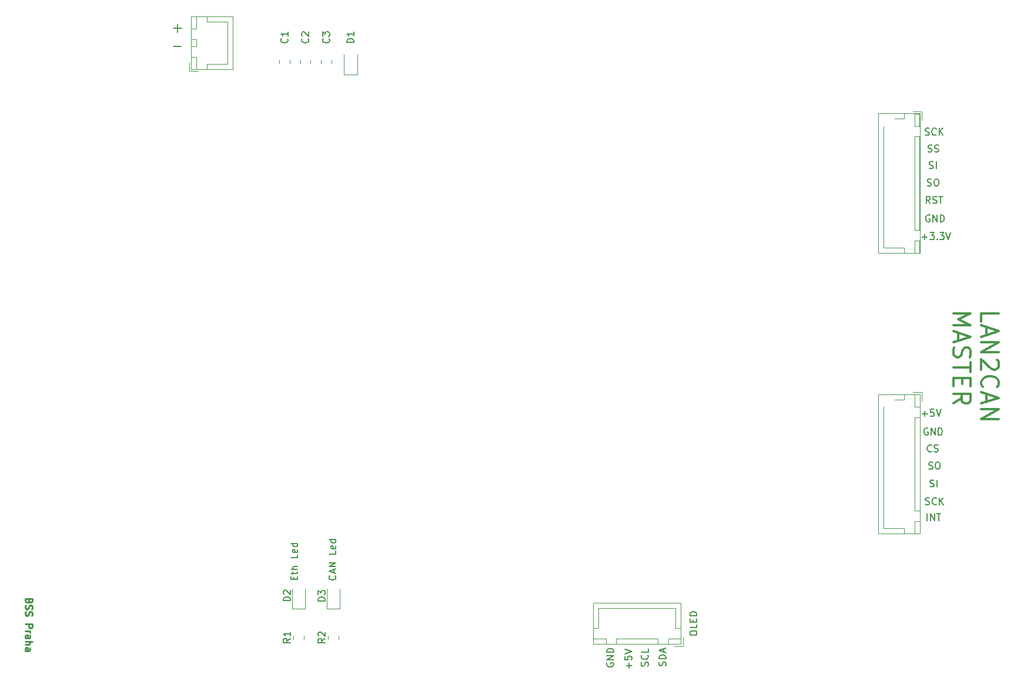
<source format=gbr>
%TF.GenerationSoftware,KiCad,Pcbnew,8.0.1*%
%TF.CreationDate,2024-05-22T11:23:19+02:00*%
%TF.ProjectId,Master,4d617374-6572-42e6-9b69-6361645f7063,rev?*%
%TF.SameCoordinates,Original*%
%TF.FileFunction,Legend,Top*%
%TF.FilePolarity,Positive*%
%FSLAX46Y46*%
G04 Gerber Fmt 4.6, Leading zero omitted, Abs format (unit mm)*
G04 Created by KiCad (PCBNEW 8.0.1) date 2024-05-22 11:23:19*
%MOMM*%
%LPD*%
G01*
G04 APERTURE LIST*
%ADD10C,0.150000*%
%ADD11C,0.250000*%
%ADD12C,0.300000*%
%ADD13C,0.120000*%
G04 APERTURE END LIST*
D10*
X202127309Y-114360548D02*
X202032071Y-114312929D01*
X202032071Y-114312929D02*
X201889214Y-114312929D01*
X201889214Y-114312929D02*
X201746357Y-114360548D01*
X201746357Y-114360548D02*
X201651119Y-114455786D01*
X201651119Y-114455786D02*
X201603500Y-114551024D01*
X201603500Y-114551024D02*
X201555881Y-114741500D01*
X201555881Y-114741500D02*
X201555881Y-114884357D01*
X201555881Y-114884357D02*
X201603500Y-115074833D01*
X201603500Y-115074833D02*
X201651119Y-115170071D01*
X201651119Y-115170071D02*
X201746357Y-115265310D01*
X201746357Y-115265310D02*
X201889214Y-115312929D01*
X201889214Y-115312929D02*
X201984452Y-115312929D01*
X201984452Y-115312929D02*
X202127309Y-115265310D01*
X202127309Y-115265310D02*
X202174928Y-115217690D01*
X202174928Y-115217690D02*
X202174928Y-114884357D01*
X202174928Y-114884357D02*
X201984452Y-114884357D01*
X202603500Y-115312929D02*
X202603500Y-114312929D01*
X202603500Y-114312929D02*
X203174928Y-115312929D01*
X203174928Y-115312929D02*
X203174928Y-114312929D01*
X203651119Y-115312929D02*
X203651119Y-114312929D01*
X203651119Y-114312929D02*
X203889214Y-114312929D01*
X203889214Y-114312929D02*
X204032071Y-114360548D01*
X204032071Y-114360548D02*
X204127309Y-114455786D01*
X204127309Y-114455786D02*
X204174928Y-114551024D01*
X204174928Y-114551024D02*
X204222547Y-114741500D01*
X204222547Y-114741500D02*
X204222547Y-114884357D01*
X204222547Y-114884357D02*
X204174928Y-115074833D01*
X204174928Y-115074833D02*
X204127309Y-115170071D01*
X204127309Y-115170071D02*
X204032071Y-115265310D01*
X204032071Y-115265310D02*
X203889214Y-115312929D01*
X203889214Y-115312929D02*
X203651119Y-115312929D01*
X201761048Y-72008940D02*
X201903905Y-72056559D01*
X201903905Y-72056559D02*
X202142000Y-72056559D01*
X202142000Y-72056559D02*
X202237238Y-72008940D01*
X202237238Y-72008940D02*
X202284857Y-71961320D01*
X202284857Y-71961320D02*
X202332476Y-71866082D01*
X202332476Y-71866082D02*
X202332476Y-71770844D01*
X202332476Y-71770844D02*
X202284857Y-71675606D01*
X202284857Y-71675606D02*
X202237238Y-71627987D01*
X202237238Y-71627987D02*
X202142000Y-71580368D01*
X202142000Y-71580368D02*
X201951524Y-71532749D01*
X201951524Y-71532749D02*
X201856286Y-71485130D01*
X201856286Y-71485130D02*
X201808667Y-71437511D01*
X201808667Y-71437511D02*
X201761048Y-71342273D01*
X201761048Y-71342273D02*
X201761048Y-71247035D01*
X201761048Y-71247035D02*
X201808667Y-71151797D01*
X201808667Y-71151797D02*
X201856286Y-71104178D01*
X201856286Y-71104178D02*
X201951524Y-71056559D01*
X201951524Y-71056559D02*
X202189619Y-71056559D01*
X202189619Y-71056559D02*
X202332476Y-71104178D01*
X203332476Y-71961320D02*
X203284857Y-72008940D01*
X203284857Y-72008940D02*
X203142000Y-72056559D01*
X203142000Y-72056559D02*
X203046762Y-72056559D01*
X203046762Y-72056559D02*
X202903905Y-72008940D01*
X202903905Y-72008940D02*
X202808667Y-71913701D01*
X202808667Y-71913701D02*
X202761048Y-71818463D01*
X202761048Y-71818463D02*
X202713429Y-71627987D01*
X202713429Y-71627987D02*
X202713429Y-71485130D01*
X202713429Y-71485130D02*
X202761048Y-71294654D01*
X202761048Y-71294654D02*
X202808667Y-71199416D01*
X202808667Y-71199416D02*
X202903905Y-71104178D01*
X202903905Y-71104178D02*
X203046762Y-71056559D01*
X203046762Y-71056559D02*
X203142000Y-71056559D01*
X203142000Y-71056559D02*
X203284857Y-71104178D01*
X203284857Y-71104178D02*
X203332476Y-71151797D01*
X203761048Y-72056559D02*
X203761048Y-71056559D01*
X204332476Y-72056559D02*
X203903905Y-71485130D01*
X204332476Y-71056559D02*
X203761048Y-71627987D01*
X201286779Y-86738866D02*
X202048684Y-86738866D01*
X201667731Y-87119819D02*
X201667731Y-86357914D01*
X202429636Y-86119819D02*
X203048683Y-86119819D01*
X203048683Y-86119819D02*
X202715350Y-86500771D01*
X202715350Y-86500771D02*
X202858207Y-86500771D01*
X202858207Y-86500771D02*
X202953445Y-86548390D01*
X202953445Y-86548390D02*
X203001064Y-86596009D01*
X203001064Y-86596009D02*
X203048683Y-86691247D01*
X203048683Y-86691247D02*
X203048683Y-86929342D01*
X203048683Y-86929342D02*
X203001064Y-87024580D01*
X203001064Y-87024580D02*
X202953445Y-87072200D01*
X202953445Y-87072200D02*
X202858207Y-87119819D01*
X202858207Y-87119819D02*
X202572493Y-87119819D01*
X202572493Y-87119819D02*
X202477255Y-87072200D01*
X202477255Y-87072200D02*
X202429636Y-87024580D01*
X203477255Y-87024580D02*
X203524874Y-87072200D01*
X203524874Y-87072200D02*
X203477255Y-87119819D01*
X203477255Y-87119819D02*
X203429636Y-87072200D01*
X203429636Y-87072200D02*
X203477255Y-87024580D01*
X203477255Y-87024580D02*
X203477255Y-87119819D01*
X203858207Y-86119819D02*
X204477254Y-86119819D01*
X204477254Y-86119819D02*
X204143921Y-86500771D01*
X204143921Y-86500771D02*
X204286778Y-86500771D01*
X204286778Y-86500771D02*
X204382016Y-86548390D01*
X204382016Y-86548390D02*
X204429635Y-86596009D01*
X204429635Y-86596009D02*
X204477254Y-86691247D01*
X204477254Y-86691247D02*
X204477254Y-86929342D01*
X204477254Y-86929342D02*
X204429635Y-87024580D01*
X204429635Y-87024580D02*
X204382016Y-87072200D01*
X204382016Y-87072200D02*
X204286778Y-87119819D01*
X204286778Y-87119819D02*
X204001064Y-87119819D01*
X204001064Y-87119819D02*
X203905826Y-87072200D01*
X203905826Y-87072200D02*
X203858207Y-87024580D01*
X204762969Y-86119819D02*
X205096302Y-87119819D01*
X205096302Y-87119819D02*
X205429635Y-86119819D01*
X155918572Y-148181237D02*
X155870953Y-148276475D01*
X155870953Y-148276475D02*
X155870953Y-148419332D01*
X155870953Y-148419332D02*
X155918572Y-148562189D01*
X155918572Y-148562189D02*
X156013810Y-148657427D01*
X156013810Y-148657427D02*
X156109048Y-148705046D01*
X156109048Y-148705046D02*
X156299524Y-148752665D01*
X156299524Y-148752665D02*
X156442381Y-148752665D01*
X156442381Y-148752665D02*
X156632857Y-148705046D01*
X156632857Y-148705046D02*
X156728095Y-148657427D01*
X156728095Y-148657427D02*
X156823334Y-148562189D01*
X156823334Y-148562189D02*
X156870953Y-148419332D01*
X156870953Y-148419332D02*
X156870953Y-148324094D01*
X156870953Y-148324094D02*
X156823334Y-148181237D01*
X156823334Y-148181237D02*
X156775714Y-148133618D01*
X156775714Y-148133618D02*
X156442381Y-148133618D01*
X156442381Y-148133618D02*
X156442381Y-148324094D01*
X156870953Y-147705046D02*
X155870953Y-147705046D01*
X155870953Y-147705046D02*
X156870953Y-147133618D01*
X156870953Y-147133618D02*
X155870953Y-147133618D01*
X156870953Y-146657427D02*
X155870953Y-146657427D01*
X155870953Y-146657427D02*
X155870953Y-146419332D01*
X155870953Y-146419332D02*
X155918572Y-146276475D01*
X155918572Y-146276475D02*
X156013810Y-146181237D01*
X156013810Y-146181237D02*
X156109048Y-146133618D01*
X156109048Y-146133618D02*
X156299524Y-146085999D01*
X156299524Y-146085999D02*
X156442381Y-146085999D01*
X156442381Y-146085999D02*
X156632857Y-146133618D01*
X156632857Y-146133618D02*
X156728095Y-146181237D01*
X156728095Y-146181237D02*
X156823334Y-146276475D01*
X156823334Y-146276475D02*
X156870953Y-146419332D01*
X156870953Y-146419332D02*
X156870953Y-146657427D01*
X110846009Y-136163220D02*
X110846009Y-135829887D01*
X111369819Y-135687030D02*
X111369819Y-136163220D01*
X111369819Y-136163220D02*
X110369819Y-136163220D01*
X110369819Y-136163220D02*
X110369819Y-135687030D01*
X110703152Y-135401315D02*
X110703152Y-135020363D01*
X110369819Y-135258458D02*
X111226961Y-135258458D01*
X111226961Y-135258458D02*
X111322200Y-135210839D01*
X111322200Y-135210839D02*
X111369819Y-135115601D01*
X111369819Y-135115601D02*
X111369819Y-135020363D01*
X111369819Y-134687029D02*
X110369819Y-134687029D01*
X111369819Y-134258458D02*
X110846009Y-134258458D01*
X110846009Y-134258458D02*
X110750771Y-134306077D01*
X110750771Y-134306077D02*
X110703152Y-134401315D01*
X110703152Y-134401315D02*
X110703152Y-134544172D01*
X110703152Y-134544172D02*
X110750771Y-134639410D01*
X110750771Y-134639410D02*
X110798390Y-134687029D01*
X111369819Y-132544172D02*
X111369819Y-133020362D01*
X111369819Y-133020362D02*
X110369819Y-133020362D01*
X111322200Y-131829886D02*
X111369819Y-131925124D01*
X111369819Y-131925124D02*
X111369819Y-132115600D01*
X111369819Y-132115600D02*
X111322200Y-132210838D01*
X111322200Y-132210838D02*
X111226961Y-132258457D01*
X111226961Y-132258457D02*
X110846009Y-132258457D01*
X110846009Y-132258457D02*
X110750771Y-132210838D01*
X110750771Y-132210838D02*
X110703152Y-132115600D01*
X110703152Y-132115600D02*
X110703152Y-131925124D01*
X110703152Y-131925124D02*
X110750771Y-131829886D01*
X110750771Y-131829886D02*
X110846009Y-131782267D01*
X110846009Y-131782267D02*
X110941247Y-131782267D01*
X110941247Y-131782267D02*
X111036485Y-132258457D01*
X111369819Y-130925124D02*
X110369819Y-130925124D01*
X111322200Y-130925124D02*
X111369819Y-131020362D01*
X111369819Y-131020362D02*
X111369819Y-131210838D01*
X111369819Y-131210838D02*
X111322200Y-131306076D01*
X111322200Y-131306076D02*
X111274580Y-131353695D01*
X111274580Y-131353695D02*
X111179342Y-131401314D01*
X111179342Y-131401314D02*
X110893628Y-131401314D01*
X110893628Y-131401314D02*
X110798390Y-131353695D01*
X110798390Y-131353695D02*
X110750771Y-131306076D01*
X110750771Y-131306076D02*
X110703152Y-131210838D01*
X110703152Y-131210838D02*
X110703152Y-131020362D01*
X110703152Y-131020362D02*
X110750771Y-130925124D01*
X202030500Y-127660336D02*
X202030500Y-126660336D01*
X202506690Y-127660336D02*
X202506690Y-126660336D01*
X202506690Y-126660336D02*
X203078118Y-127660336D01*
X203078118Y-127660336D02*
X203078118Y-126660336D01*
X203411452Y-126660336D02*
X203982880Y-126660336D01*
X203697166Y-127660336D02*
X203697166Y-126660336D01*
X202411550Y-83597872D02*
X202316312Y-83550253D01*
X202316312Y-83550253D02*
X202173455Y-83550253D01*
X202173455Y-83550253D02*
X202030598Y-83597872D01*
X202030598Y-83597872D02*
X201935360Y-83693110D01*
X201935360Y-83693110D02*
X201887741Y-83788348D01*
X201887741Y-83788348D02*
X201840122Y-83978824D01*
X201840122Y-83978824D02*
X201840122Y-84121681D01*
X201840122Y-84121681D02*
X201887741Y-84312157D01*
X201887741Y-84312157D02*
X201935360Y-84407395D01*
X201935360Y-84407395D02*
X202030598Y-84502634D01*
X202030598Y-84502634D02*
X202173455Y-84550253D01*
X202173455Y-84550253D02*
X202268693Y-84550253D01*
X202268693Y-84550253D02*
X202411550Y-84502634D01*
X202411550Y-84502634D02*
X202459169Y-84455014D01*
X202459169Y-84455014D02*
X202459169Y-84121681D01*
X202459169Y-84121681D02*
X202268693Y-84121681D01*
X202887741Y-84550253D02*
X202887741Y-83550253D01*
X202887741Y-83550253D02*
X203459169Y-84550253D01*
X203459169Y-84550253D02*
X203459169Y-83550253D01*
X203935360Y-84550253D02*
X203935360Y-83550253D01*
X203935360Y-83550253D02*
X204173455Y-83550253D01*
X204173455Y-83550253D02*
X204316312Y-83597872D01*
X204316312Y-83597872D02*
X204411550Y-83693110D01*
X204411550Y-83693110D02*
X204459169Y-83788348D01*
X204459169Y-83788348D02*
X204506788Y-83978824D01*
X204506788Y-83978824D02*
X204506788Y-84121681D01*
X204506788Y-84121681D02*
X204459169Y-84312157D01*
X204459169Y-84312157D02*
X204411550Y-84407395D01*
X204411550Y-84407395D02*
X204316312Y-84502634D01*
X204316312Y-84502634D02*
X204173455Y-84550253D01*
X204173455Y-84550253D02*
X203935360Y-84550253D01*
X201804964Y-125299802D02*
X201947821Y-125347421D01*
X201947821Y-125347421D02*
X202185916Y-125347421D01*
X202185916Y-125347421D02*
X202281154Y-125299802D01*
X202281154Y-125299802D02*
X202328773Y-125252182D01*
X202328773Y-125252182D02*
X202376392Y-125156944D01*
X202376392Y-125156944D02*
X202376392Y-125061706D01*
X202376392Y-125061706D02*
X202328773Y-124966468D01*
X202328773Y-124966468D02*
X202281154Y-124918849D01*
X202281154Y-124918849D02*
X202185916Y-124871230D01*
X202185916Y-124871230D02*
X201995440Y-124823611D01*
X201995440Y-124823611D02*
X201900202Y-124775992D01*
X201900202Y-124775992D02*
X201852583Y-124728373D01*
X201852583Y-124728373D02*
X201804964Y-124633135D01*
X201804964Y-124633135D02*
X201804964Y-124537897D01*
X201804964Y-124537897D02*
X201852583Y-124442659D01*
X201852583Y-124442659D02*
X201900202Y-124395040D01*
X201900202Y-124395040D02*
X201995440Y-124347421D01*
X201995440Y-124347421D02*
X202233535Y-124347421D01*
X202233535Y-124347421D02*
X202376392Y-124395040D01*
X203376392Y-125252182D02*
X203328773Y-125299802D01*
X203328773Y-125299802D02*
X203185916Y-125347421D01*
X203185916Y-125347421D02*
X203090678Y-125347421D01*
X203090678Y-125347421D02*
X202947821Y-125299802D01*
X202947821Y-125299802D02*
X202852583Y-125204563D01*
X202852583Y-125204563D02*
X202804964Y-125109325D01*
X202804964Y-125109325D02*
X202757345Y-124918849D01*
X202757345Y-124918849D02*
X202757345Y-124775992D01*
X202757345Y-124775992D02*
X202804964Y-124585516D01*
X202804964Y-124585516D02*
X202852583Y-124490278D01*
X202852583Y-124490278D02*
X202947821Y-124395040D01*
X202947821Y-124395040D02*
X203090678Y-124347421D01*
X203090678Y-124347421D02*
X203185916Y-124347421D01*
X203185916Y-124347421D02*
X203328773Y-124395040D01*
X203328773Y-124395040D02*
X203376392Y-124442659D01*
X203804964Y-125347421D02*
X203804964Y-124347421D01*
X204376392Y-125347421D02*
X203947821Y-124775992D01*
X204376392Y-124347421D02*
X203804964Y-124918849D01*
X202474984Y-81893366D02*
X202141651Y-81417175D01*
X201903556Y-81893366D02*
X201903556Y-80893366D01*
X201903556Y-80893366D02*
X202284508Y-80893366D01*
X202284508Y-80893366D02*
X202379746Y-80940985D01*
X202379746Y-80940985D02*
X202427365Y-80988604D01*
X202427365Y-80988604D02*
X202474984Y-81083842D01*
X202474984Y-81083842D02*
X202474984Y-81226699D01*
X202474984Y-81226699D02*
X202427365Y-81321937D01*
X202427365Y-81321937D02*
X202379746Y-81369556D01*
X202379746Y-81369556D02*
X202284508Y-81417175D01*
X202284508Y-81417175D02*
X201903556Y-81417175D01*
X202855937Y-81845747D02*
X202998794Y-81893366D01*
X202998794Y-81893366D02*
X203236889Y-81893366D01*
X203236889Y-81893366D02*
X203332127Y-81845747D01*
X203332127Y-81845747D02*
X203379746Y-81798127D01*
X203379746Y-81798127D02*
X203427365Y-81702889D01*
X203427365Y-81702889D02*
X203427365Y-81607651D01*
X203427365Y-81607651D02*
X203379746Y-81512413D01*
X203379746Y-81512413D02*
X203332127Y-81464794D01*
X203332127Y-81464794D02*
X203236889Y-81417175D01*
X203236889Y-81417175D02*
X203046413Y-81369556D01*
X203046413Y-81369556D02*
X202951175Y-81321937D01*
X202951175Y-81321937D02*
X202903556Y-81274318D01*
X202903556Y-81274318D02*
X202855937Y-81179080D01*
X202855937Y-81179080D02*
X202855937Y-81083842D01*
X202855937Y-81083842D02*
X202903556Y-80988604D01*
X202903556Y-80988604D02*
X202951175Y-80940985D01*
X202951175Y-80940985D02*
X203046413Y-80893366D01*
X203046413Y-80893366D02*
X203284508Y-80893366D01*
X203284508Y-80893366D02*
X203427365Y-80940985D01*
X203713080Y-80893366D02*
X204284508Y-80893366D01*
X203998794Y-81893366D02*
X203998794Y-80893366D01*
X201311779Y-112238866D02*
X202073684Y-112238866D01*
X201692731Y-112619819D02*
X201692731Y-111857914D01*
X203026064Y-111619819D02*
X202549874Y-111619819D01*
X202549874Y-111619819D02*
X202502255Y-112096009D01*
X202502255Y-112096009D02*
X202549874Y-112048390D01*
X202549874Y-112048390D02*
X202645112Y-112000771D01*
X202645112Y-112000771D02*
X202883207Y-112000771D01*
X202883207Y-112000771D02*
X202978445Y-112048390D01*
X202978445Y-112048390D02*
X203026064Y-112096009D01*
X203026064Y-112096009D02*
X203073683Y-112191247D01*
X203073683Y-112191247D02*
X203073683Y-112429342D01*
X203073683Y-112429342D02*
X203026064Y-112524580D01*
X203026064Y-112524580D02*
X202978445Y-112572200D01*
X202978445Y-112572200D02*
X202883207Y-112619819D01*
X202883207Y-112619819D02*
X202645112Y-112619819D01*
X202645112Y-112619819D02*
X202549874Y-112572200D01*
X202549874Y-112572200D02*
X202502255Y-112524580D01*
X203359398Y-111619819D02*
X203692731Y-112619819D01*
X203692731Y-112619819D02*
X204026064Y-111619819D01*
X167869819Y-143972744D02*
X167869819Y-143782268D01*
X167869819Y-143782268D02*
X167917438Y-143687030D01*
X167917438Y-143687030D02*
X168012676Y-143591792D01*
X168012676Y-143591792D02*
X168203152Y-143544173D01*
X168203152Y-143544173D02*
X168536485Y-143544173D01*
X168536485Y-143544173D02*
X168726961Y-143591792D01*
X168726961Y-143591792D02*
X168822200Y-143687030D01*
X168822200Y-143687030D02*
X168869819Y-143782268D01*
X168869819Y-143782268D02*
X168869819Y-143972744D01*
X168869819Y-143972744D02*
X168822200Y-144067982D01*
X168822200Y-144067982D02*
X168726961Y-144163220D01*
X168726961Y-144163220D02*
X168536485Y-144210839D01*
X168536485Y-144210839D02*
X168203152Y-144210839D01*
X168203152Y-144210839D02*
X168012676Y-144163220D01*
X168012676Y-144163220D02*
X167917438Y-144067982D01*
X167917438Y-144067982D02*
X167869819Y-143972744D01*
X168869819Y-142639411D02*
X168869819Y-143115601D01*
X168869819Y-143115601D02*
X167869819Y-143115601D01*
X168346009Y-142306077D02*
X168346009Y-141972744D01*
X168869819Y-141829887D02*
X168869819Y-142306077D01*
X168869819Y-142306077D02*
X167869819Y-142306077D01*
X167869819Y-142306077D02*
X167869819Y-141829887D01*
X168869819Y-141401315D02*
X167869819Y-141401315D01*
X167869819Y-141401315D02*
X167869819Y-141163220D01*
X167869819Y-141163220D02*
X167917438Y-141020363D01*
X167917438Y-141020363D02*
X168012676Y-140925125D01*
X168012676Y-140925125D02*
X168107914Y-140877506D01*
X168107914Y-140877506D02*
X168298390Y-140829887D01*
X168298390Y-140829887D02*
X168441247Y-140829887D01*
X168441247Y-140829887D02*
X168631723Y-140877506D01*
X168631723Y-140877506D02*
X168726961Y-140925125D01*
X168726961Y-140925125D02*
X168822200Y-141020363D01*
X168822200Y-141020363D02*
X168869819Y-141163220D01*
X168869819Y-141163220D02*
X168869819Y-141401315D01*
X202156418Y-74444420D02*
X202299275Y-74492039D01*
X202299275Y-74492039D02*
X202537370Y-74492039D01*
X202537370Y-74492039D02*
X202632608Y-74444420D01*
X202632608Y-74444420D02*
X202680227Y-74396800D01*
X202680227Y-74396800D02*
X202727846Y-74301562D01*
X202727846Y-74301562D02*
X202727846Y-74206324D01*
X202727846Y-74206324D02*
X202680227Y-74111086D01*
X202680227Y-74111086D02*
X202632608Y-74063467D01*
X202632608Y-74063467D02*
X202537370Y-74015848D01*
X202537370Y-74015848D02*
X202346894Y-73968229D01*
X202346894Y-73968229D02*
X202251656Y-73920610D01*
X202251656Y-73920610D02*
X202204037Y-73872991D01*
X202204037Y-73872991D02*
X202156418Y-73777753D01*
X202156418Y-73777753D02*
X202156418Y-73682515D01*
X202156418Y-73682515D02*
X202204037Y-73587277D01*
X202204037Y-73587277D02*
X202251656Y-73539658D01*
X202251656Y-73539658D02*
X202346894Y-73492039D01*
X202346894Y-73492039D02*
X202584989Y-73492039D01*
X202584989Y-73492039D02*
X202727846Y-73539658D01*
X203108799Y-74444420D02*
X203251656Y-74492039D01*
X203251656Y-74492039D02*
X203489751Y-74492039D01*
X203489751Y-74492039D02*
X203584989Y-74444420D01*
X203584989Y-74444420D02*
X203632608Y-74396800D01*
X203632608Y-74396800D02*
X203680227Y-74301562D01*
X203680227Y-74301562D02*
X203680227Y-74206324D01*
X203680227Y-74206324D02*
X203632608Y-74111086D01*
X203632608Y-74111086D02*
X203584989Y-74063467D01*
X203584989Y-74063467D02*
X203489751Y-74015848D01*
X203489751Y-74015848D02*
X203299275Y-73968229D01*
X203299275Y-73968229D02*
X203204037Y-73920610D01*
X203204037Y-73920610D02*
X203156418Y-73872991D01*
X203156418Y-73872991D02*
X203108799Y-73777753D01*
X203108799Y-73777753D02*
X203108799Y-73682515D01*
X203108799Y-73682515D02*
X203156418Y-73587277D01*
X203156418Y-73587277D02*
X203204037Y-73539658D01*
X203204037Y-73539658D02*
X203299275Y-73492039D01*
X203299275Y-73492039D02*
X203537370Y-73492039D01*
X203537370Y-73492039D02*
X203680227Y-73539658D01*
X202330381Y-76832455D02*
X202473238Y-76880074D01*
X202473238Y-76880074D02*
X202711333Y-76880074D01*
X202711333Y-76880074D02*
X202806571Y-76832455D01*
X202806571Y-76832455D02*
X202854190Y-76784835D01*
X202854190Y-76784835D02*
X202901809Y-76689597D01*
X202901809Y-76689597D02*
X202901809Y-76594359D01*
X202901809Y-76594359D02*
X202854190Y-76499121D01*
X202854190Y-76499121D02*
X202806571Y-76451502D01*
X202806571Y-76451502D02*
X202711333Y-76403883D01*
X202711333Y-76403883D02*
X202520857Y-76356264D01*
X202520857Y-76356264D02*
X202425619Y-76308645D01*
X202425619Y-76308645D02*
X202378000Y-76261026D01*
X202378000Y-76261026D02*
X202330381Y-76165788D01*
X202330381Y-76165788D02*
X202330381Y-76070550D01*
X202330381Y-76070550D02*
X202378000Y-75975312D01*
X202378000Y-75975312D02*
X202425619Y-75927693D01*
X202425619Y-75927693D02*
X202520857Y-75880074D01*
X202520857Y-75880074D02*
X202758952Y-75880074D01*
X202758952Y-75880074D02*
X202901809Y-75927693D01*
X203330381Y-76880074D02*
X203330381Y-75880074D01*
X202445464Y-122737804D02*
X202588321Y-122785423D01*
X202588321Y-122785423D02*
X202826416Y-122785423D01*
X202826416Y-122785423D02*
X202921654Y-122737804D01*
X202921654Y-122737804D02*
X202969273Y-122690184D01*
X202969273Y-122690184D02*
X203016892Y-122594946D01*
X203016892Y-122594946D02*
X203016892Y-122499708D01*
X203016892Y-122499708D02*
X202969273Y-122404470D01*
X202969273Y-122404470D02*
X202921654Y-122356851D01*
X202921654Y-122356851D02*
X202826416Y-122309232D01*
X202826416Y-122309232D02*
X202635940Y-122261613D01*
X202635940Y-122261613D02*
X202540702Y-122213994D01*
X202540702Y-122213994D02*
X202493083Y-122166375D01*
X202493083Y-122166375D02*
X202445464Y-122071137D01*
X202445464Y-122071137D02*
X202445464Y-121975899D01*
X202445464Y-121975899D02*
X202493083Y-121880661D01*
X202493083Y-121880661D02*
X202540702Y-121833042D01*
X202540702Y-121833042D02*
X202635940Y-121785423D01*
X202635940Y-121785423D02*
X202874035Y-121785423D01*
X202874035Y-121785423D02*
X203016892Y-121833042D01*
X203445464Y-122785423D02*
X203445464Y-121785423D01*
D11*
X72659190Y-139235901D02*
X72611571Y-139378758D01*
X72611571Y-139378758D02*
X72563952Y-139426377D01*
X72563952Y-139426377D02*
X72468714Y-139473996D01*
X72468714Y-139473996D02*
X72325857Y-139473996D01*
X72325857Y-139473996D02*
X72230619Y-139426377D01*
X72230619Y-139426377D02*
X72183000Y-139378758D01*
X72183000Y-139378758D02*
X72135380Y-139283520D01*
X72135380Y-139283520D02*
X72135380Y-138902568D01*
X72135380Y-138902568D02*
X73135380Y-138902568D01*
X73135380Y-138902568D02*
X73135380Y-139235901D01*
X73135380Y-139235901D02*
X73087761Y-139331139D01*
X73087761Y-139331139D02*
X73040142Y-139378758D01*
X73040142Y-139378758D02*
X72944904Y-139426377D01*
X72944904Y-139426377D02*
X72849666Y-139426377D01*
X72849666Y-139426377D02*
X72754428Y-139378758D01*
X72754428Y-139378758D02*
X72706809Y-139331139D01*
X72706809Y-139331139D02*
X72659190Y-139235901D01*
X72659190Y-139235901D02*
X72659190Y-138902568D01*
X72183000Y-139854949D02*
X72135380Y-139997806D01*
X72135380Y-139997806D02*
X72135380Y-140235901D01*
X72135380Y-140235901D02*
X72183000Y-140331139D01*
X72183000Y-140331139D02*
X72230619Y-140378758D01*
X72230619Y-140378758D02*
X72325857Y-140426377D01*
X72325857Y-140426377D02*
X72421095Y-140426377D01*
X72421095Y-140426377D02*
X72516333Y-140378758D01*
X72516333Y-140378758D02*
X72563952Y-140331139D01*
X72563952Y-140331139D02*
X72611571Y-140235901D01*
X72611571Y-140235901D02*
X72659190Y-140045425D01*
X72659190Y-140045425D02*
X72706809Y-139950187D01*
X72706809Y-139950187D02*
X72754428Y-139902568D01*
X72754428Y-139902568D02*
X72849666Y-139854949D01*
X72849666Y-139854949D02*
X72944904Y-139854949D01*
X72944904Y-139854949D02*
X73040142Y-139902568D01*
X73040142Y-139902568D02*
X73087761Y-139950187D01*
X73087761Y-139950187D02*
X73135380Y-140045425D01*
X73135380Y-140045425D02*
X73135380Y-140283520D01*
X73135380Y-140283520D02*
X73087761Y-140426377D01*
X72183000Y-140807330D02*
X72135380Y-140950187D01*
X72135380Y-140950187D02*
X72135380Y-141188282D01*
X72135380Y-141188282D02*
X72183000Y-141283520D01*
X72183000Y-141283520D02*
X72230619Y-141331139D01*
X72230619Y-141331139D02*
X72325857Y-141378758D01*
X72325857Y-141378758D02*
X72421095Y-141378758D01*
X72421095Y-141378758D02*
X72516333Y-141331139D01*
X72516333Y-141331139D02*
X72563952Y-141283520D01*
X72563952Y-141283520D02*
X72611571Y-141188282D01*
X72611571Y-141188282D02*
X72659190Y-140997806D01*
X72659190Y-140997806D02*
X72706809Y-140902568D01*
X72706809Y-140902568D02*
X72754428Y-140854949D01*
X72754428Y-140854949D02*
X72849666Y-140807330D01*
X72849666Y-140807330D02*
X72944904Y-140807330D01*
X72944904Y-140807330D02*
X73040142Y-140854949D01*
X73040142Y-140854949D02*
X73087761Y-140902568D01*
X73087761Y-140902568D02*
X73135380Y-140997806D01*
X73135380Y-140997806D02*
X73135380Y-141235901D01*
X73135380Y-141235901D02*
X73087761Y-141378758D01*
X72135380Y-142569235D02*
X73135380Y-142569235D01*
X73135380Y-142569235D02*
X73135380Y-142950187D01*
X73135380Y-142950187D02*
X73087761Y-143045425D01*
X73087761Y-143045425D02*
X73040142Y-143093044D01*
X73040142Y-143093044D02*
X72944904Y-143140663D01*
X72944904Y-143140663D02*
X72802047Y-143140663D01*
X72802047Y-143140663D02*
X72706809Y-143093044D01*
X72706809Y-143093044D02*
X72659190Y-143045425D01*
X72659190Y-143045425D02*
X72611571Y-142950187D01*
X72611571Y-142950187D02*
X72611571Y-142569235D01*
X72135380Y-143569235D02*
X72802047Y-143569235D01*
X72611571Y-143569235D02*
X72706809Y-143616854D01*
X72706809Y-143616854D02*
X72754428Y-143664473D01*
X72754428Y-143664473D02*
X72802047Y-143759711D01*
X72802047Y-143759711D02*
X72802047Y-143854949D01*
X72135380Y-144616854D02*
X72659190Y-144616854D01*
X72659190Y-144616854D02*
X72754428Y-144569235D01*
X72754428Y-144569235D02*
X72802047Y-144473997D01*
X72802047Y-144473997D02*
X72802047Y-144283521D01*
X72802047Y-144283521D02*
X72754428Y-144188283D01*
X72183000Y-144616854D02*
X72135380Y-144521616D01*
X72135380Y-144521616D02*
X72135380Y-144283521D01*
X72135380Y-144283521D02*
X72183000Y-144188283D01*
X72183000Y-144188283D02*
X72278238Y-144140664D01*
X72278238Y-144140664D02*
X72373476Y-144140664D01*
X72373476Y-144140664D02*
X72468714Y-144188283D01*
X72468714Y-144188283D02*
X72516333Y-144283521D01*
X72516333Y-144283521D02*
X72516333Y-144521616D01*
X72516333Y-144521616D02*
X72563952Y-144616854D01*
X72135380Y-145093045D02*
X73135380Y-145093045D01*
X72135380Y-145521616D02*
X72659190Y-145521616D01*
X72659190Y-145521616D02*
X72754428Y-145473997D01*
X72754428Y-145473997D02*
X72802047Y-145378759D01*
X72802047Y-145378759D02*
X72802047Y-145235902D01*
X72802047Y-145235902D02*
X72754428Y-145140664D01*
X72754428Y-145140664D02*
X72706809Y-145093045D01*
X72135380Y-146426378D02*
X72659190Y-146426378D01*
X72659190Y-146426378D02*
X72754428Y-146378759D01*
X72754428Y-146378759D02*
X72802047Y-146283521D01*
X72802047Y-146283521D02*
X72802047Y-146093045D01*
X72802047Y-146093045D02*
X72754428Y-145997807D01*
X72183000Y-146426378D02*
X72135380Y-146331140D01*
X72135380Y-146331140D02*
X72135380Y-146093045D01*
X72135380Y-146093045D02*
X72183000Y-145997807D01*
X72183000Y-145997807D02*
X72278238Y-145950188D01*
X72278238Y-145950188D02*
X72373476Y-145950188D01*
X72373476Y-145950188D02*
X72468714Y-145997807D01*
X72468714Y-145997807D02*
X72516333Y-146093045D01*
X72516333Y-146093045D02*
X72516333Y-146331140D01*
X72516333Y-146331140D02*
X72563952Y-146426378D01*
D12*
X209846412Y-98983082D02*
X209846412Y-97792606D01*
X209846412Y-97792606D02*
X212346412Y-97792606D01*
X210560698Y-99697368D02*
X210560698Y-100887844D01*
X209846412Y-99459273D02*
X212346412Y-100292606D01*
X212346412Y-100292606D02*
X209846412Y-101125939D01*
X209846412Y-101959273D02*
X212346412Y-101959273D01*
X212346412Y-101959273D02*
X209846412Y-103387844D01*
X209846412Y-103387844D02*
X212346412Y-103387844D01*
X212108317Y-104459273D02*
X212227364Y-104578321D01*
X212227364Y-104578321D02*
X212346412Y-104816416D01*
X212346412Y-104816416D02*
X212346412Y-105411654D01*
X212346412Y-105411654D02*
X212227364Y-105649749D01*
X212227364Y-105649749D02*
X212108317Y-105768797D01*
X212108317Y-105768797D02*
X211870221Y-105887844D01*
X211870221Y-105887844D02*
X211632126Y-105887844D01*
X211632126Y-105887844D02*
X211274983Y-105768797D01*
X211274983Y-105768797D02*
X209846412Y-104340225D01*
X209846412Y-104340225D02*
X209846412Y-105887844D01*
X210084507Y-108387844D02*
X209965460Y-108268796D01*
X209965460Y-108268796D02*
X209846412Y-107911654D01*
X209846412Y-107911654D02*
X209846412Y-107673558D01*
X209846412Y-107673558D02*
X209965460Y-107316415D01*
X209965460Y-107316415D02*
X210203555Y-107078320D01*
X210203555Y-107078320D02*
X210441650Y-106959273D01*
X210441650Y-106959273D02*
X210917840Y-106840225D01*
X210917840Y-106840225D02*
X211274983Y-106840225D01*
X211274983Y-106840225D02*
X211751174Y-106959273D01*
X211751174Y-106959273D02*
X211989269Y-107078320D01*
X211989269Y-107078320D02*
X212227364Y-107316415D01*
X212227364Y-107316415D02*
X212346412Y-107673558D01*
X212346412Y-107673558D02*
X212346412Y-107911654D01*
X212346412Y-107911654D02*
X212227364Y-108268796D01*
X212227364Y-108268796D02*
X212108317Y-108387844D01*
X210560698Y-109340225D02*
X210560698Y-110530701D01*
X209846412Y-109102130D02*
X212346412Y-109935463D01*
X212346412Y-109935463D02*
X209846412Y-110768796D01*
X209846412Y-111602130D02*
X212346412Y-111602130D01*
X212346412Y-111602130D02*
X209846412Y-113030701D01*
X209846412Y-113030701D02*
X212346412Y-113030701D01*
X205821552Y-97792606D02*
X208321552Y-97792606D01*
X208321552Y-97792606D02*
X206535838Y-98625939D01*
X206535838Y-98625939D02*
X208321552Y-99459272D01*
X208321552Y-99459272D02*
X205821552Y-99459272D01*
X206535838Y-100530701D02*
X206535838Y-101721177D01*
X205821552Y-100292606D02*
X208321552Y-101125939D01*
X208321552Y-101125939D02*
X205821552Y-101959272D01*
X205940600Y-102673558D02*
X205821552Y-103030701D01*
X205821552Y-103030701D02*
X205821552Y-103625939D01*
X205821552Y-103625939D02*
X205940600Y-103864034D01*
X205940600Y-103864034D02*
X206059647Y-103983082D01*
X206059647Y-103983082D02*
X206297742Y-104102129D01*
X206297742Y-104102129D02*
X206535838Y-104102129D01*
X206535838Y-104102129D02*
X206773933Y-103983082D01*
X206773933Y-103983082D02*
X206892980Y-103864034D01*
X206892980Y-103864034D02*
X207012028Y-103625939D01*
X207012028Y-103625939D02*
X207131076Y-103149748D01*
X207131076Y-103149748D02*
X207250123Y-102911653D01*
X207250123Y-102911653D02*
X207369171Y-102792606D01*
X207369171Y-102792606D02*
X207607266Y-102673558D01*
X207607266Y-102673558D02*
X207845361Y-102673558D01*
X207845361Y-102673558D02*
X208083457Y-102792606D01*
X208083457Y-102792606D02*
X208202504Y-102911653D01*
X208202504Y-102911653D02*
X208321552Y-103149748D01*
X208321552Y-103149748D02*
X208321552Y-103744987D01*
X208321552Y-103744987D02*
X208202504Y-104102129D01*
X208321552Y-104816415D02*
X208321552Y-106244986D01*
X205821552Y-105530700D02*
X208321552Y-105530700D01*
X207131076Y-107078320D02*
X207131076Y-107911653D01*
X205821552Y-108268796D02*
X205821552Y-107078320D01*
X205821552Y-107078320D02*
X208321552Y-107078320D01*
X208321552Y-107078320D02*
X208321552Y-108268796D01*
X205821552Y-110768796D02*
X207012028Y-109935463D01*
X205821552Y-109340225D02*
X208321552Y-109340225D01*
X208321552Y-109340225D02*
X208321552Y-110292606D01*
X208321552Y-110292606D02*
X208202504Y-110530701D01*
X208202504Y-110530701D02*
X208083457Y-110649748D01*
X208083457Y-110649748D02*
X207845361Y-110768796D01*
X207845361Y-110768796D02*
X207488219Y-110768796D01*
X207488219Y-110768796D02*
X207250123Y-110649748D01*
X207250123Y-110649748D02*
X207131076Y-110530701D01*
X207131076Y-110530701D02*
X207012028Y-110292606D01*
X207012028Y-110292606D02*
X207012028Y-109340225D01*
D10*
X93455826Y-59237200D02*
X94598684Y-59237200D01*
X161812458Y-148631764D02*
X161860077Y-148488907D01*
X161860077Y-148488907D02*
X161860077Y-148250812D01*
X161860077Y-148250812D02*
X161812458Y-148155574D01*
X161812458Y-148155574D02*
X161764838Y-148107955D01*
X161764838Y-148107955D02*
X161669600Y-148060336D01*
X161669600Y-148060336D02*
X161574362Y-148060336D01*
X161574362Y-148060336D02*
X161479124Y-148107955D01*
X161479124Y-148107955D02*
X161431505Y-148155574D01*
X161431505Y-148155574D02*
X161383886Y-148250812D01*
X161383886Y-148250812D02*
X161336267Y-148441288D01*
X161336267Y-148441288D02*
X161288648Y-148536526D01*
X161288648Y-148536526D02*
X161241029Y-148584145D01*
X161241029Y-148584145D02*
X161145791Y-148631764D01*
X161145791Y-148631764D02*
X161050553Y-148631764D01*
X161050553Y-148631764D02*
X160955315Y-148584145D01*
X160955315Y-148584145D02*
X160907696Y-148536526D01*
X160907696Y-148536526D02*
X160860077Y-148441288D01*
X160860077Y-148441288D02*
X160860077Y-148203193D01*
X160860077Y-148203193D02*
X160907696Y-148060336D01*
X161764838Y-147060336D02*
X161812458Y-147107955D01*
X161812458Y-147107955D02*
X161860077Y-147250812D01*
X161860077Y-147250812D02*
X161860077Y-147346050D01*
X161860077Y-147346050D02*
X161812458Y-147488907D01*
X161812458Y-147488907D02*
X161717219Y-147584145D01*
X161717219Y-147584145D02*
X161621981Y-147631764D01*
X161621981Y-147631764D02*
X161431505Y-147679383D01*
X161431505Y-147679383D02*
X161288648Y-147679383D01*
X161288648Y-147679383D02*
X161098172Y-147631764D01*
X161098172Y-147631764D02*
X161002934Y-147584145D01*
X161002934Y-147584145D02*
X160907696Y-147488907D01*
X160907696Y-147488907D02*
X160860077Y-147346050D01*
X160860077Y-147346050D02*
X160860077Y-147250812D01*
X160860077Y-147250812D02*
X160907696Y-147107955D01*
X160907696Y-147107955D02*
X160955315Y-147060336D01*
X161860077Y-146155574D02*
X161860077Y-146631764D01*
X161860077Y-146631764D02*
X160860077Y-146631764D01*
X164358641Y-148600135D02*
X164406260Y-148457278D01*
X164406260Y-148457278D02*
X164406260Y-148219183D01*
X164406260Y-148219183D02*
X164358641Y-148123945D01*
X164358641Y-148123945D02*
X164311021Y-148076326D01*
X164311021Y-148076326D02*
X164215783Y-148028707D01*
X164215783Y-148028707D02*
X164120545Y-148028707D01*
X164120545Y-148028707D02*
X164025307Y-148076326D01*
X164025307Y-148076326D02*
X163977688Y-148123945D01*
X163977688Y-148123945D02*
X163930069Y-148219183D01*
X163930069Y-148219183D02*
X163882450Y-148409659D01*
X163882450Y-148409659D02*
X163834831Y-148504897D01*
X163834831Y-148504897D02*
X163787212Y-148552516D01*
X163787212Y-148552516D02*
X163691974Y-148600135D01*
X163691974Y-148600135D02*
X163596736Y-148600135D01*
X163596736Y-148600135D02*
X163501498Y-148552516D01*
X163501498Y-148552516D02*
X163453879Y-148504897D01*
X163453879Y-148504897D02*
X163406260Y-148409659D01*
X163406260Y-148409659D02*
X163406260Y-148171564D01*
X163406260Y-148171564D02*
X163453879Y-148028707D01*
X164406260Y-147600135D02*
X163406260Y-147600135D01*
X163406260Y-147600135D02*
X163406260Y-147362040D01*
X163406260Y-147362040D02*
X163453879Y-147219183D01*
X163453879Y-147219183D02*
X163549117Y-147123945D01*
X163549117Y-147123945D02*
X163644355Y-147076326D01*
X163644355Y-147076326D02*
X163834831Y-147028707D01*
X163834831Y-147028707D02*
X163977688Y-147028707D01*
X163977688Y-147028707D02*
X164168164Y-147076326D01*
X164168164Y-147076326D02*
X164263402Y-147123945D01*
X164263402Y-147123945D02*
X164358641Y-147219183D01*
X164358641Y-147219183D02*
X164406260Y-147362040D01*
X164406260Y-147362040D02*
X164406260Y-147600135D01*
X164120545Y-146647754D02*
X164120545Y-146171564D01*
X164406260Y-146742992D02*
X163406260Y-146409659D01*
X163406260Y-146409659D02*
X164406260Y-146076326D01*
X202267547Y-120175806D02*
X202410404Y-120223425D01*
X202410404Y-120223425D02*
X202648499Y-120223425D01*
X202648499Y-120223425D02*
X202743737Y-120175806D01*
X202743737Y-120175806D02*
X202791356Y-120128186D01*
X202791356Y-120128186D02*
X202838975Y-120032948D01*
X202838975Y-120032948D02*
X202838975Y-119937710D01*
X202838975Y-119937710D02*
X202791356Y-119842472D01*
X202791356Y-119842472D02*
X202743737Y-119794853D01*
X202743737Y-119794853D02*
X202648499Y-119747234D01*
X202648499Y-119747234D02*
X202458023Y-119699615D01*
X202458023Y-119699615D02*
X202362785Y-119651996D01*
X202362785Y-119651996D02*
X202315166Y-119604377D01*
X202315166Y-119604377D02*
X202267547Y-119509139D01*
X202267547Y-119509139D02*
X202267547Y-119413901D01*
X202267547Y-119413901D02*
X202315166Y-119318663D01*
X202315166Y-119318663D02*
X202362785Y-119271044D01*
X202362785Y-119271044D02*
X202458023Y-119223425D01*
X202458023Y-119223425D02*
X202696118Y-119223425D01*
X202696118Y-119223425D02*
X202838975Y-119271044D01*
X203458023Y-119223425D02*
X203648499Y-119223425D01*
X203648499Y-119223425D02*
X203743737Y-119271044D01*
X203743737Y-119271044D02*
X203838975Y-119366282D01*
X203838975Y-119366282D02*
X203886594Y-119556758D01*
X203886594Y-119556758D02*
X203886594Y-119890091D01*
X203886594Y-119890091D02*
X203838975Y-120080567D01*
X203838975Y-120080567D02*
X203743737Y-120175806D01*
X203743737Y-120175806D02*
X203648499Y-120223425D01*
X203648499Y-120223425D02*
X203458023Y-120223425D01*
X203458023Y-120223425D02*
X203362785Y-120175806D01*
X203362785Y-120175806D02*
X203267547Y-120080567D01*
X203267547Y-120080567D02*
X203219928Y-119890091D01*
X203219928Y-119890091D02*
X203219928Y-119556758D01*
X203219928Y-119556758D02*
X203267547Y-119366282D01*
X203267547Y-119366282D02*
X203362785Y-119271044D01*
X203362785Y-119271044D02*
X203458023Y-119223425D01*
X93503271Y-56627758D02*
X94646129Y-56627758D01*
X94074700Y-57199186D02*
X94074700Y-56056329D01*
X202077344Y-79331193D02*
X202220201Y-79378812D01*
X202220201Y-79378812D02*
X202458296Y-79378812D01*
X202458296Y-79378812D02*
X202553534Y-79331193D01*
X202553534Y-79331193D02*
X202601153Y-79283573D01*
X202601153Y-79283573D02*
X202648772Y-79188335D01*
X202648772Y-79188335D02*
X202648772Y-79093097D01*
X202648772Y-79093097D02*
X202601153Y-78997859D01*
X202601153Y-78997859D02*
X202553534Y-78950240D01*
X202553534Y-78950240D02*
X202458296Y-78902621D01*
X202458296Y-78902621D02*
X202267820Y-78855002D01*
X202267820Y-78855002D02*
X202172582Y-78807383D01*
X202172582Y-78807383D02*
X202124963Y-78759764D01*
X202124963Y-78759764D02*
X202077344Y-78664526D01*
X202077344Y-78664526D02*
X202077344Y-78569288D01*
X202077344Y-78569288D02*
X202124963Y-78474050D01*
X202124963Y-78474050D02*
X202172582Y-78426431D01*
X202172582Y-78426431D02*
X202267820Y-78378812D01*
X202267820Y-78378812D02*
X202505915Y-78378812D01*
X202505915Y-78378812D02*
X202648772Y-78426431D01*
X203267820Y-78378812D02*
X203458296Y-78378812D01*
X203458296Y-78378812D02*
X203553534Y-78426431D01*
X203553534Y-78426431D02*
X203648772Y-78521669D01*
X203648772Y-78521669D02*
X203696391Y-78712145D01*
X203696391Y-78712145D02*
X203696391Y-79045478D01*
X203696391Y-79045478D02*
X203648772Y-79235954D01*
X203648772Y-79235954D02*
X203553534Y-79331193D01*
X203553534Y-79331193D02*
X203458296Y-79378812D01*
X203458296Y-79378812D02*
X203267820Y-79378812D01*
X203267820Y-79378812D02*
X203172582Y-79331193D01*
X203172582Y-79331193D02*
X203077344Y-79235954D01*
X203077344Y-79235954D02*
X203029725Y-79045478D01*
X203029725Y-79045478D02*
X203029725Y-78712145D01*
X203029725Y-78712145D02*
X203077344Y-78521669D01*
X203077344Y-78521669D02*
X203172582Y-78426431D01*
X203172582Y-78426431D02*
X203267820Y-78378812D01*
X159123165Y-148942268D02*
X159123165Y-148180364D01*
X159504118Y-148561316D02*
X158742213Y-148561316D01*
X158504118Y-147227983D02*
X158504118Y-147704173D01*
X158504118Y-147704173D02*
X158980308Y-147751792D01*
X158980308Y-147751792D02*
X158932689Y-147704173D01*
X158932689Y-147704173D02*
X158885070Y-147608935D01*
X158885070Y-147608935D02*
X158885070Y-147370840D01*
X158885070Y-147370840D02*
X158932689Y-147275602D01*
X158932689Y-147275602D02*
X158980308Y-147227983D01*
X158980308Y-147227983D02*
X159075546Y-147180364D01*
X159075546Y-147180364D02*
X159313641Y-147180364D01*
X159313641Y-147180364D02*
X159408879Y-147227983D01*
X159408879Y-147227983D02*
X159456499Y-147275602D01*
X159456499Y-147275602D02*
X159504118Y-147370840D01*
X159504118Y-147370840D02*
X159504118Y-147608935D01*
X159504118Y-147608935D02*
X159456499Y-147704173D01*
X159456499Y-147704173D02*
X159408879Y-147751792D01*
X158504118Y-146894649D02*
X159504118Y-146561316D01*
X159504118Y-146561316D02*
X158504118Y-146227983D01*
X116774580Y-135591792D02*
X116822200Y-135639411D01*
X116822200Y-135639411D02*
X116869819Y-135782268D01*
X116869819Y-135782268D02*
X116869819Y-135877506D01*
X116869819Y-135877506D02*
X116822200Y-136020363D01*
X116822200Y-136020363D02*
X116726961Y-136115601D01*
X116726961Y-136115601D02*
X116631723Y-136163220D01*
X116631723Y-136163220D02*
X116441247Y-136210839D01*
X116441247Y-136210839D02*
X116298390Y-136210839D01*
X116298390Y-136210839D02*
X116107914Y-136163220D01*
X116107914Y-136163220D02*
X116012676Y-136115601D01*
X116012676Y-136115601D02*
X115917438Y-136020363D01*
X115917438Y-136020363D02*
X115869819Y-135877506D01*
X115869819Y-135877506D02*
X115869819Y-135782268D01*
X115869819Y-135782268D02*
X115917438Y-135639411D01*
X115917438Y-135639411D02*
X115965057Y-135591792D01*
X116584104Y-135210839D02*
X116584104Y-134734649D01*
X116869819Y-135306077D02*
X115869819Y-134972744D01*
X115869819Y-134972744D02*
X116869819Y-134639411D01*
X116869819Y-134306077D02*
X115869819Y-134306077D01*
X115869819Y-134306077D02*
X116869819Y-133734649D01*
X116869819Y-133734649D02*
X115869819Y-133734649D01*
X116869819Y-132020363D02*
X116869819Y-132496553D01*
X116869819Y-132496553D02*
X115869819Y-132496553D01*
X116822200Y-131306077D02*
X116869819Y-131401315D01*
X116869819Y-131401315D02*
X116869819Y-131591791D01*
X116869819Y-131591791D02*
X116822200Y-131687029D01*
X116822200Y-131687029D02*
X116726961Y-131734648D01*
X116726961Y-131734648D02*
X116346009Y-131734648D01*
X116346009Y-131734648D02*
X116250771Y-131687029D01*
X116250771Y-131687029D02*
X116203152Y-131591791D01*
X116203152Y-131591791D02*
X116203152Y-131401315D01*
X116203152Y-131401315D02*
X116250771Y-131306077D01*
X116250771Y-131306077D02*
X116346009Y-131258458D01*
X116346009Y-131258458D02*
X116441247Y-131258458D01*
X116441247Y-131258458D02*
X116536485Y-131734648D01*
X116869819Y-130401315D02*
X115869819Y-130401315D01*
X116822200Y-130401315D02*
X116869819Y-130496553D01*
X116869819Y-130496553D02*
X116869819Y-130687029D01*
X116869819Y-130687029D02*
X116822200Y-130782267D01*
X116822200Y-130782267D02*
X116774580Y-130829886D01*
X116774580Y-130829886D02*
X116679342Y-130877505D01*
X116679342Y-130877505D02*
X116393628Y-130877505D01*
X116393628Y-130877505D02*
X116298390Y-130829886D01*
X116298390Y-130829886D02*
X116250771Y-130782267D01*
X116250771Y-130782267D02*
X116203152Y-130687029D01*
X116203152Y-130687029D02*
X116203152Y-130496553D01*
X116203152Y-130496553D02*
X116250771Y-130401315D01*
X202673094Y-117637355D02*
X202625475Y-117684975D01*
X202625475Y-117684975D02*
X202482618Y-117732594D01*
X202482618Y-117732594D02*
X202387380Y-117732594D01*
X202387380Y-117732594D02*
X202244523Y-117684975D01*
X202244523Y-117684975D02*
X202149285Y-117589736D01*
X202149285Y-117589736D02*
X202101666Y-117494498D01*
X202101666Y-117494498D02*
X202054047Y-117304022D01*
X202054047Y-117304022D02*
X202054047Y-117161165D01*
X202054047Y-117161165D02*
X202101666Y-116970689D01*
X202101666Y-116970689D02*
X202149285Y-116875451D01*
X202149285Y-116875451D02*
X202244523Y-116780213D01*
X202244523Y-116780213D02*
X202387380Y-116732594D01*
X202387380Y-116732594D02*
X202482618Y-116732594D01*
X202482618Y-116732594D02*
X202625475Y-116780213D01*
X202625475Y-116780213D02*
X202673094Y-116827832D01*
X203054047Y-117684975D02*
X203196904Y-117732594D01*
X203196904Y-117732594D02*
X203434999Y-117732594D01*
X203434999Y-117732594D02*
X203530237Y-117684975D01*
X203530237Y-117684975D02*
X203577856Y-117637355D01*
X203577856Y-117637355D02*
X203625475Y-117542117D01*
X203625475Y-117542117D02*
X203625475Y-117446879D01*
X203625475Y-117446879D02*
X203577856Y-117351641D01*
X203577856Y-117351641D02*
X203530237Y-117304022D01*
X203530237Y-117304022D02*
X203434999Y-117256403D01*
X203434999Y-117256403D02*
X203244523Y-117208784D01*
X203244523Y-117208784D02*
X203149285Y-117161165D01*
X203149285Y-117161165D02*
X203101666Y-117113546D01*
X203101666Y-117113546D02*
X203054047Y-117018308D01*
X203054047Y-117018308D02*
X203054047Y-116923070D01*
X203054047Y-116923070D02*
X203101666Y-116827832D01*
X203101666Y-116827832D02*
X203149285Y-116780213D01*
X203149285Y-116780213D02*
X203244523Y-116732594D01*
X203244523Y-116732594D02*
X203482618Y-116732594D01*
X203482618Y-116732594D02*
X203625475Y-116780213D01*
X115859580Y-58116666D02*
X115907200Y-58164285D01*
X115907200Y-58164285D02*
X115954819Y-58307142D01*
X115954819Y-58307142D02*
X115954819Y-58402380D01*
X115954819Y-58402380D02*
X115907200Y-58545237D01*
X115907200Y-58545237D02*
X115811961Y-58640475D01*
X115811961Y-58640475D02*
X115716723Y-58688094D01*
X115716723Y-58688094D02*
X115526247Y-58735713D01*
X115526247Y-58735713D02*
X115383390Y-58735713D01*
X115383390Y-58735713D02*
X115192914Y-58688094D01*
X115192914Y-58688094D02*
X115097676Y-58640475D01*
X115097676Y-58640475D02*
X115002438Y-58545237D01*
X115002438Y-58545237D02*
X114954819Y-58402380D01*
X114954819Y-58402380D02*
X114954819Y-58307142D01*
X114954819Y-58307142D02*
X115002438Y-58164285D01*
X115002438Y-58164285D02*
X115050057Y-58116666D01*
X114954819Y-57783332D02*
X114954819Y-57164285D01*
X114954819Y-57164285D02*
X115335771Y-57497618D01*
X115335771Y-57497618D02*
X115335771Y-57354761D01*
X115335771Y-57354761D02*
X115383390Y-57259523D01*
X115383390Y-57259523D02*
X115431009Y-57211904D01*
X115431009Y-57211904D02*
X115526247Y-57164285D01*
X115526247Y-57164285D02*
X115764342Y-57164285D01*
X115764342Y-57164285D02*
X115859580Y-57211904D01*
X115859580Y-57211904D02*
X115907200Y-57259523D01*
X115907200Y-57259523D02*
X115954819Y-57354761D01*
X115954819Y-57354761D02*
X115954819Y-57640475D01*
X115954819Y-57640475D02*
X115907200Y-57735713D01*
X115907200Y-57735713D02*
X115859580Y-57783332D01*
X112859580Y-58116666D02*
X112907200Y-58164285D01*
X112907200Y-58164285D02*
X112954819Y-58307142D01*
X112954819Y-58307142D02*
X112954819Y-58402380D01*
X112954819Y-58402380D02*
X112907200Y-58545237D01*
X112907200Y-58545237D02*
X112811961Y-58640475D01*
X112811961Y-58640475D02*
X112716723Y-58688094D01*
X112716723Y-58688094D02*
X112526247Y-58735713D01*
X112526247Y-58735713D02*
X112383390Y-58735713D01*
X112383390Y-58735713D02*
X112192914Y-58688094D01*
X112192914Y-58688094D02*
X112097676Y-58640475D01*
X112097676Y-58640475D02*
X112002438Y-58545237D01*
X112002438Y-58545237D02*
X111954819Y-58402380D01*
X111954819Y-58402380D02*
X111954819Y-58307142D01*
X111954819Y-58307142D02*
X112002438Y-58164285D01*
X112002438Y-58164285D02*
X112050057Y-58116666D01*
X112050057Y-57735713D02*
X112002438Y-57688094D01*
X112002438Y-57688094D02*
X111954819Y-57592856D01*
X111954819Y-57592856D02*
X111954819Y-57354761D01*
X111954819Y-57354761D02*
X112002438Y-57259523D01*
X112002438Y-57259523D02*
X112050057Y-57211904D01*
X112050057Y-57211904D02*
X112145295Y-57164285D01*
X112145295Y-57164285D02*
X112240533Y-57164285D01*
X112240533Y-57164285D02*
X112383390Y-57211904D01*
X112383390Y-57211904D02*
X112954819Y-57783332D01*
X112954819Y-57783332D02*
X112954819Y-57164285D01*
X115304819Y-144666666D02*
X114828628Y-144999999D01*
X115304819Y-145238094D02*
X114304819Y-145238094D01*
X114304819Y-145238094D02*
X114304819Y-144857142D01*
X114304819Y-144857142D02*
X114352438Y-144761904D01*
X114352438Y-144761904D02*
X114400057Y-144714285D01*
X114400057Y-144714285D02*
X114495295Y-144666666D01*
X114495295Y-144666666D02*
X114638152Y-144666666D01*
X114638152Y-144666666D02*
X114733390Y-144714285D01*
X114733390Y-144714285D02*
X114781009Y-144761904D01*
X114781009Y-144761904D02*
X114828628Y-144857142D01*
X114828628Y-144857142D02*
X114828628Y-145238094D01*
X114400057Y-144285713D02*
X114352438Y-144238094D01*
X114352438Y-144238094D02*
X114304819Y-144142856D01*
X114304819Y-144142856D02*
X114304819Y-143904761D01*
X114304819Y-143904761D02*
X114352438Y-143809523D01*
X114352438Y-143809523D02*
X114400057Y-143761904D01*
X114400057Y-143761904D02*
X114495295Y-143714285D01*
X114495295Y-143714285D02*
X114590533Y-143714285D01*
X114590533Y-143714285D02*
X114733390Y-143761904D01*
X114733390Y-143761904D02*
X115304819Y-144333332D01*
X115304819Y-144333332D02*
X115304819Y-143714285D01*
X110304819Y-144666666D02*
X109828628Y-144999999D01*
X110304819Y-145238094D02*
X109304819Y-145238094D01*
X109304819Y-145238094D02*
X109304819Y-144857142D01*
X109304819Y-144857142D02*
X109352438Y-144761904D01*
X109352438Y-144761904D02*
X109400057Y-144714285D01*
X109400057Y-144714285D02*
X109495295Y-144666666D01*
X109495295Y-144666666D02*
X109638152Y-144666666D01*
X109638152Y-144666666D02*
X109733390Y-144714285D01*
X109733390Y-144714285D02*
X109781009Y-144761904D01*
X109781009Y-144761904D02*
X109828628Y-144857142D01*
X109828628Y-144857142D02*
X109828628Y-145238094D01*
X110304819Y-143714285D02*
X110304819Y-144285713D01*
X110304819Y-143999999D02*
X109304819Y-143999999D01*
X109304819Y-143999999D02*
X109447676Y-144095237D01*
X109447676Y-144095237D02*
X109542914Y-144190475D01*
X109542914Y-144190475D02*
X109590533Y-144285713D01*
X109859580Y-58116666D02*
X109907200Y-58164285D01*
X109907200Y-58164285D02*
X109954819Y-58307142D01*
X109954819Y-58307142D02*
X109954819Y-58402380D01*
X109954819Y-58402380D02*
X109907200Y-58545237D01*
X109907200Y-58545237D02*
X109811961Y-58640475D01*
X109811961Y-58640475D02*
X109716723Y-58688094D01*
X109716723Y-58688094D02*
X109526247Y-58735713D01*
X109526247Y-58735713D02*
X109383390Y-58735713D01*
X109383390Y-58735713D02*
X109192914Y-58688094D01*
X109192914Y-58688094D02*
X109097676Y-58640475D01*
X109097676Y-58640475D02*
X109002438Y-58545237D01*
X109002438Y-58545237D02*
X108954819Y-58402380D01*
X108954819Y-58402380D02*
X108954819Y-58307142D01*
X108954819Y-58307142D02*
X109002438Y-58164285D01*
X109002438Y-58164285D02*
X109050057Y-58116666D01*
X109954819Y-57164285D02*
X109954819Y-57735713D01*
X109954819Y-57449999D02*
X108954819Y-57449999D01*
X108954819Y-57449999D02*
X109097676Y-57545237D01*
X109097676Y-57545237D02*
X109192914Y-57640475D01*
X109192914Y-57640475D02*
X109240533Y-57735713D01*
X119454819Y-58688094D02*
X118454819Y-58688094D01*
X118454819Y-58688094D02*
X118454819Y-58449999D01*
X118454819Y-58449999D02*
X118502438Y-58307142D01*
X118502438Y-58307142D02*
X118597676Y-58211904D01*
X118597676Y-58211904D02*
X118692914Y-58164285D01*
X118692914Y-58164285D02*
X118883390Y-58116666D01*
X118883390Y-58116666D02*
X119026247Y-58116666D01*
X119026247Y-58116666D02*
X119216723Y-58164285D01*
X119216723Y-58164285D02*
X119311961Y-58211904D01*
X119311961Y-58211904D02*
X119407200Y-58307142D01*
X119407200Y-58307142D02*
X119454819Y-58449999D01*
X119454819Y-58449999D02*
X119454819Y-58688094D01*
X119454819Y-57164285D02*
X119454819Y-57735713D01*
X119454819Y-57449999D02*
X118454819Y-57449999D01*
X118454819Y-57449999D02*
X118597676Y-57545237D01*
X118597676Y-57545237D02*
X118692914Y-57640475D01*
X118692914Y-57640475D02*
X118740533Y-57735713D01*
X115304819Y-139263094D02*
X114304819Y-139263094D01*
X114304819Y-139263094D02*
X114304819Y-139024999D01*
X114304819Y-139024999D02*
X114352438Y-138882142D01*
X114352438Y-138882142D02*
X114447676Y-138786904D01*
X114447676Y-138786904D02*
X114542914Y-138739285D01*
X114542914Y-138739285D02*
X114733390Y-138691666D01*
X114733390Y-138691666D02*
X114876247Y-138691666D01*
X114876247Y-138691666D02*
X115066723Y-138739285D01*
X115066723Y-138739285D02*
X115161961Y-138786904D01*
X115161961Y-138786904D02*
X115257200Y-138882142D01*
X115257200Y-138882142D02*
X115304819Y-139024999D01*
X115304819Y-139024999D02*
X115304819Y-139263094D01*
X114304819Y-138358332D02*
X114304819Y-137739285D01*
X114304819Y-137739285D02*
X114685771Y-138072618D01*
X114685771Y-138072618D02*
X114685771Y-137929761D01*
X114685771Y-137929761D02*
X114733390Y-137834523D01*
X114733390Y-137834523D02*
X114781009Y-137786904D01*
X114781009Y-137786904D02*
X114876247Y-137739285D01*
X114876247Y-137739285D02*
X115114342Y-137739285D01*
X115114342Y-137739285D02*
X115209580Y-137786904D01*
X115209580Y-137786904D02*
X115257200Y-137834523D01*
X115257200Y-137834523D02*
X115304819Y-137929761D01*
X115304819Y-137929761D02*
X115304819Y-138215475D01*
X115304819Y-138215475D02*
X115257200Y-138310713D01*
X115257200Y-138310713D02*
X115209580Y-138358332D01*
X110304819Y-139213094D02*
X109304819Y-139213094D01*
X109304819Y-139213094D02*
X109304819Y-138974999D01*
X109304819Y-138974999D02*
X109352438Y-138832142D01*
X109352438Y-138832142D02*
X109447676Y-138736904D01*
X109447676Y-138736904D02*
X109542914Y-138689285D01*
X109542914Y-138689285D02*
X109733390Y-138641666D01*
X109733390Y-138641666D02*
X109876247Y-138641666D01*
X109876247Y-138641666D02*
X110066723Y-138689285D01*
X110066723Y-138689285D02*
X110161961Y-138736904D01*
X110161961Y-138736904D02*
X110257200Y-138832142D01*
X110257200Y-138832142D02*
X110304819Y-138974999D01*
X110304819Y-138974999D02*
X110304819Y-139213094D01*
X109400057Y-138260713D02*
X109352438Y-138213094D01*
X109352438Y-138213094D02*
X109304819Y-138117856D01*
X109304819Y-138117856D02*
X109304819Y-137879761D01*
X109304819Y-137879761D02*
X109352438Y-137784523D01*
X109352438Y-137784523D02*
X109400057Y-137736904D01*
X109400057Y-137736904D02*
X109495295Y-137689285D01*
X109495295Y-137689285D02*
X109590533Y-137689285D01*
X109590533Y-137689285D02*
X109733390Y-137736904D01*
X109733390Y-137736904D02*
X110304819Y-138308332D01*
X110304819Y-138308332D02*
X110304819Y-137689285D01*
D13*
%TO.C,C3*%
X114765000Y-61748752D02*
X114765000Y-61226248D01*
X116235000Y-61748752D02*
X116235000Y-61226248D01*
%TO.C,C2*%
X111755000Y-61748752D02*
X111755000Y-61226248D01*
X113225000Y-61748752D02*
X113225000Y-61226248D01*
%TO.C,R2*%
X115765000Y-144727064D02*
X115765000Y-144272936D01*
X117235000Y-144727064D02*
X117235000Y-144272936D01*
%TO.C,R1*%
X110765000Y-144727064D02*
X110765000Y-144272936D01*
X112235000Y-144727064D02*
X112235000Y-144272936D01*
%TO.C,J2*%
X195015000Y-109440000D02*
X195015000Y-129560000D01*
X195015000Y-129560000D02*
X200985000Y-129560000D01*
X195775000Y-119500000D02*
X195775000Y-111260000D01*
X195775000Y-128800000D02*
X195775000Y-119500000D01*
X198725000Y-109450000D02*
X198725000Y-110200000D01*
X198725000Y-110200000D02*
X197385000Y-110200000D01*
X198725000Y-128800000D02*
X195775000Y-128800000D01*
X198725000Y-129550000D02*
X198725000Y-128800000D01*
X200225000Y-109450000D02*
X200225000Y-111250000D01*
X200225000Y-111250000D02*
X200975000Y-111250000D01*
X200225000Y-112750000D02*
X200225000Y-126250000D01*
X200225000Y-126250000D02*
X200975000Y-126250000D01*
X200225000Y-127750000D02*
X200225000Y-129550000D01*
X200225000Y-129550000D02*
X200975000Y-129550000D01*
X200975000Y-109450000D02*
X200225000Y-109450000D01*
X200975000Y-111250000D02*
X200975000Y-109450000D01*
X200975000Y-112750000D02*
X200225000Y-112750000D01*
X200975000Y-126250000D02*
X200975000Y-112750000D01*
X200975000Y-127750000D02*
X200225000Y-127750000D01*
X200975000Y-129550000D02*
X200975000Y-127750000D01*
X200985000Y-109440000D02*
X195015000Y-109440000D01*
X200985000Y-129560000D02*
X200985000Y-109440000D01*
X201275000Y-109150000D02*
X200025000Y-109150000D01*
X201275000Y-110400000D02*
X201275000Y-109150000D01*
%TO.C,J6*%
X153940000Y-139490000D02*
X153940000Y-145460000D01*
X153940000Y-145460000D02*
X166560000Y-145460000D01*
X153950000Y-143200000D02*
X154700000Y-143200000D01*
X153950000Y-144700000D02*
X153950000Y-145450000D01*
X153950000Y-145450000D02*
X155750000Y-145450000D01*
X154700000Y-140250000D02*
X160250000Y-140250000D01*
X154700000Y-143200000D02*
X154700000Y-140250000D01*
X155750000Y-144700000D02*
X153950000Y-144700000D01*
X155750000Y-145450000D02*
X155750000Y-144700000D01*
X157250000Y-144700000D02*
X157250000Y-145450000D01*
X157250000Y-145450000D02*
X163250000Y-145450000D01*
X163250000Y-144700000D02*
X157250000Y-144700000D01*
X163250000Y-145450000D02*
X163250000Y-144700000D01*
X164750000Y-144700000D02*
X164750000Y-145450000D01*
X164750000Y-145450000D02*
X166550000Y-145450000D01*
X165600000Y-145750000D02*
X166850000Y-145750000D01*
X165800000Y-140250000D02*
X160250000Y-140250000D01*
X165800000Y-143200000D02*
X165800000Y-140250000D01*
X166550000Y-143200000D02*
X165800000Y-143200000D01*
X166550000Y-144700000D02*
X164750000Y-144700000D01*
X166550000Y-145450000D02*
X166550000Y-144700000D01*
X166560000Y-139490000D02*
X153940000Y-139490000D01*
X166560000Y-145460000D02*
X166560000Y-139490000D01*
X166850000Y-145750000D02*
X166850000Y-144500000D01*
%TO.C,C1*%
X108745000Y-61748752D02*
X108745000Y-61226248D01*
X110215000Y-61748752D02*
X110215000Y-61226248D01*
%TO.C,D1*%
X118040000Y-63335000D02*
X119960000Y-63335000D01*
X119960000Y-63335000D02*
X119960000Y-60475000D01*
X118040000Y-60475000D02*
X118040000Y-63335000D01*
%TO.C,J1*%
X194990000Y-68940000D02*
X194990000Y-89060000D01*
X194990000Y-89060000D02*
X200960000Y-89060000D01*
X195750000Y-79000000D02*
X195750000Y-70760000D01*
X195750000Y-88300000D02*
X195750000Y-79000000D01*
X198700000Y-68950000D02*
X198700000Y-69700000D01*
X198700000Y-69700000D02*
X197360000Y-69700000D01*
X198700000Y-88300000D02*
X195750000Y-88300000D01*
X198700000Y-89050000D02*
X198700000Y-88300000D01*
X200200000Y-68950000D02*
X200200000Y-70750000D01*
X200200000Y-70750000D02*
X200950000Y-70750000D01*
X200200000Y-72250000D02*
X200200000Y-85750000D01*
X200200000Y-85750000D02*
X200950000Y-85750000D01*
X200200000Y-87250000D02*
X200200000Y-89050000D01*
X200200000Y-89050000D02*
X200950000Y-89050000D01*
X200950000Y-68950000D02*
X200200000Y-68950000D01*
X200950000Y-70750000D02*
X200950000Y-68950000D01*
X200950000Y-72250000D02*
X200200000Y-72250000D01*
X200950000Y-85750000D02*
X200950000Y-72250000D01*
X200950000Y-87250000D02*
X200200000Y-87250000D01*
X200950000Y-89050000D02*
X200950000Y-87250000D01*
X200960000Y-68940000D02*
X194990000Y-68940000D01*
X200960000Y-89060000D02*
X200960000Y-68940000D01*
X201250000Y-68650000D02*
X200000000Y-68650000D01*
X201250000Y-69900000D02*
X201250000Y-68650000D01*
%TO.C,D3*%
X115540000Y-137525000D02*
X115540000Y-140385000D01*
X115540000Y-140385000D02*
X117460000Y-140385000D01*
X117460000Y-140385000D02*
X117460000Y-137525000D01*
%TO.C,J3*%
X95750000Y-61600000D02*
X95750000Y-62850000D01*
X95750000Y-62850000D02*
X97000000Y-62850000D01*
X96040000Y-54940000D02*
X96040000Y-62560000D01*
X96040000Y-62560000D02*
X102010000Y-62560000D01*
X96050000Y-54950000D02*
X96050000Y-56750000D01*
X96050000Y-56750000D02*
X96800000Y-56750000D01*
X96050000Y-58250000D02*
X96050000Y-59250000D01*
X96050000Y-59250000D02*
X96800000Y-59250000D01*
X96050000Y-60750000D02*
X96050000Y-62550000D01*
X96050000Y-62550000D02*
X96800000Y-62550000D01*
X96800000Y-54950000D02*
X96050000Y-54950000D01*
X96800000Y-56750000D02*
X96800000Y-54950000D01*
X96800000Y-58250000D02*
X96050000Y-58250000D01*
X96800000Y-59250000D02*
X96800000Y-58250000D01*
X96800000Y-60750000D02*
X96050000Y-60750000D01*
X96800000Y-62550000D02*
X96800000Y-60750000D01*
X98300000Y-54950000D02*
X98300000Y-55700000D01*
X98300000Y-55700000D02*
X101250000Y-55700000D01*
X98300000Y-61800000D02*
X101250000Y-61800000D01*
X98300000Y-62550000D02*
X98300000Y-61800000D01*
X101250000Y-55700000D02*
X101250000Y-58750000D01*
X101250000Y-61800000D02*
X101250000Y-58750000D01*
X102010000Y-54940000D02*
X96040000Y-54940000D01*
X102010000Y-62560000D02*
X102010000Y-54940000D01*
%TO.C,D2*%
X110540000Y-137475000D02*
X110540000Y-140335000D01*
X110540000Y-140335000D02*
X112460000Y-140335000D01*
X112460000Y-140335000D02*
X112460000Y-137475000D01*
%TD*%
M02*

</source>
